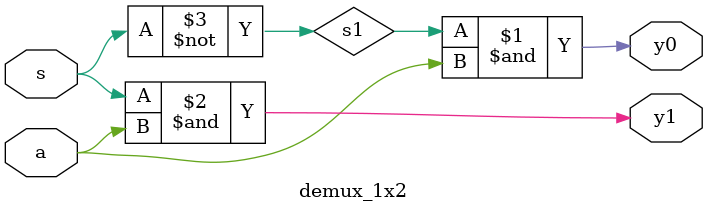
<source format=v>
module demux_1x2 (
    input s, a,        // Declaration of inputs s and a
    output y0, y1     //  Declaration of outputs y0 and y1
);

  wire s1;             // Declaration of intermediate wire
  
  and and1(y0, s1, a); // Connection and instantiation of AND gate for y0
  and and2(y1, s, a);   // Connection and instantiation of AND gate for y1
  not (s1, s);          // Connection and instantiation of NOT gate for s1

endmodule


</source>
